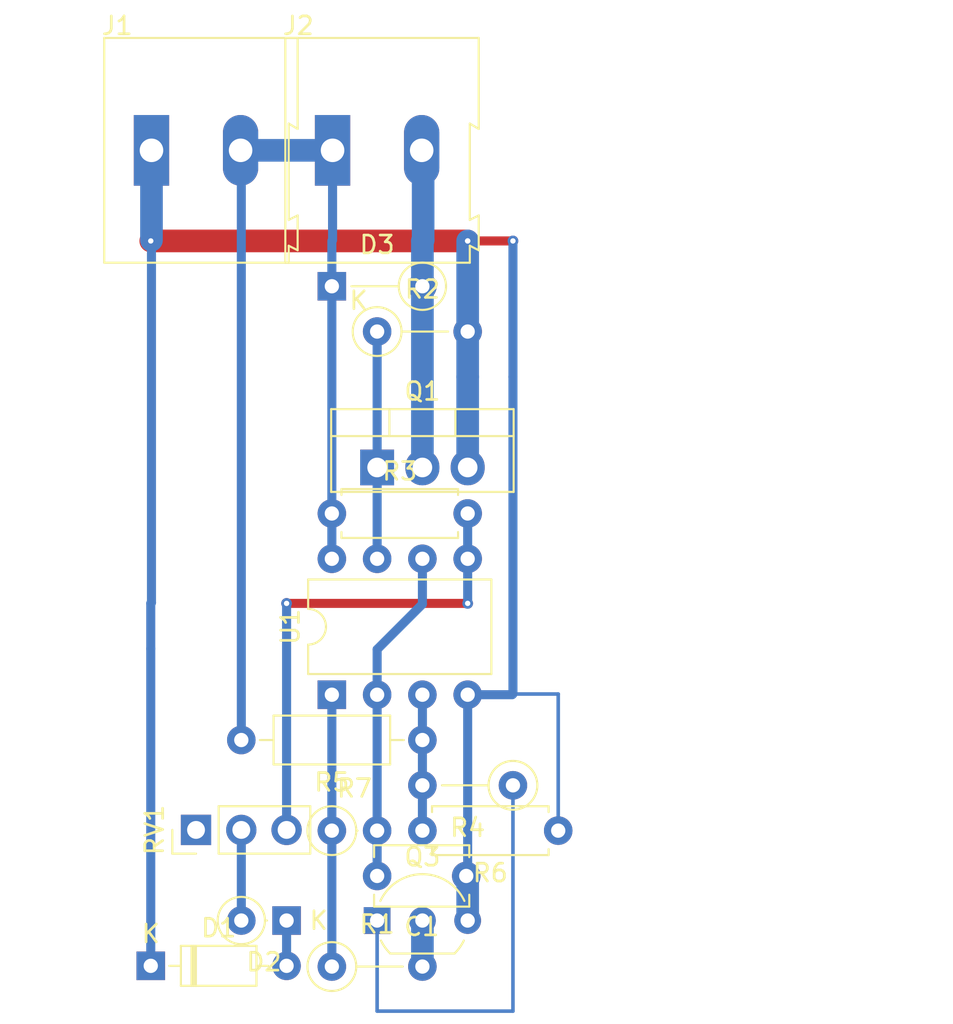
<source format=kicad_pcb>
(kicad_pcb (version 20240108) (generator "pcbnew") (generator_version "8.0")
  (layers (0 "F.Cu" signal) (31 "B.Cu" signal) (34 "B.Paste" user) (35 "F.Paste" user) (36 "B.SilkS" user "B.Silkscreen") (37 "F.SilkS" user "F.Silkscreen") (38 "B.Mask" user) (39 "F.Mask" user) (44 "Edge.Cuts" user))
  (net 0 "")
  (net 1 "GND")
  (net 2 "Net-(U1A--)")
  (net 3 "Net-(D1-A)")
  (net 4 "Net-(D2-A)")
  (net 5 "Net-(D3-A)")
  (net 6 "VCC")
  (net 7 "Net-(Q1-G)")
  (net 8 "Net-(R1-Pad1)")
  (net 9 "Net-(U1B-+)")
  (net 10 "Net-(U1A-+)")
  (net 12 "Net-(Q3-C)")
  (net 13 "Net-(Q3-B)")
  (footprint "Connector_PinHeader_2.54mm:PinHeader_1x03_P2.54mm_Vertical" (layer "F.Cu") (at 53.34 119.38 90)
    (property "Reference" "RV1" (at 0 -2.33 -90) (layer "F.SilkS"))
    (property "Value" "100k")
    (fp_line (start -1.33 -1.33) (end 0 -1.33) (stroke (width 0.12)) (layer "F.SilkS"))
    (fp_line (start -1.33 0) (end -1.33 -1.33) (stroke (width 0.12)) (layer "F.SilkS"))
    (fp_line (start 1.33 1.27) (end 1.33 6.41) (stroke (width 0.12)) (layer "F.SilkS"))
    (fp_line (start -1.33 1.27) (end 1.33 1.27) (stroke (width 0.12)) (layer "F.SilkS"))
    (fp_line (start -1.33 1.27) (end -1.33 6.41) (stroke (width 0.12)) (layer "F.SilkS"))
    (fp_line (start -1.33 6.41) (end 1.33 6.41) (stroke (width 0.12)) (layer "F.SilkS"))
    (pad "1" thru_hole rect (at 0 0 90) (size 1.7 1.7) (drill 1) (layers "*.Cu" "*.Mask"))
    (pad "2" thru_hole oval (at 0 2.54 90) (size 1.7 1.7) (drill 1) (layers "*.Cu" "*.Mask") (net 4 "Net-(D2-A)"))
    (pad "3" thru_hole oval (at 0 5.08 90) (size 1.7 1.7) (drill 1) (layers "*.Cu" "*.Mask") (net 9 "Net-(U1B-+)"))
  )
  (footprint "Resistor_THT:R_Axial_DIN0207_L6.3mm_D2.5mm_P5.08mm_Vertical" (layer "F.Cu") (at 60.96 127.04)
    (property "Reference" "R1" (at 2.54 -2.37 0) (layer "F.SilkS"))
    (property "Value" "10K")
    (fp_line (start 1.37 0) (end 3.98 0) (stroke (width 0.12)) (layer "F.SilkS"))
    (fp_circle (center 0 0) (end 1.37 0) (stroke (width 0.12)) (fill none) (layer "F.SilkS"))
    (pad "1" thru_hole circle (at 0 0) (size 1.6 1.6) (drill 0.8) (layers "*.Cu" "*.Mask") (net 8 "Net-(R1-Pad1)"))
    (pad "2" thru_hole oval (at 5.08 0) (size 1.6 1.6) (drill 0.8) (layers "*.Cu" "*.Mask") (net 13 "Net-(Q3-B)"))
  )
  (footprint "Package_TO_SOT_THT:TO-220-3_Vertical" (layer "F.Cu") (at 63.5 99.06)
    (property "Reference" "Q1" (at 2.54 -4.27 0) (layer "F.SilkS"))
    (property "Value" "IRF3205")
    (fp_line (start -2.58 -3.27) (end -2.58 1.371) (stroke (width 0.12)) (layer "F.SilkS"))
    (fp_line (start -2.58 -3.27) (end 7.66 -3.27) (stroke (width 0.12)) (layer "F.SilkS"))
    (fp_line (start -2.58 -1.76) (end 7.66 -1.76) (stroke (width 0.12)) (layer "F.SilkS"))
    (fp_line (start -2.58 1.371) (end 7.66 1.371) (stroke (width 0.12)) (layer "F.SilkS"))
    (fp_line (start 0.69 -3.27) (end 0.69 -1.76) (stroke (width 0.12)) (layer "F.SilkS"))
    (fp_line (start 4.391 -3.27) (end 4.391 -1.76) (stroke (width 0.12)) (layer "F.SilkS"))
    (fp_line (start 7.66 -3.27) (end 7.66 1.371) (stroke (width 0.12)) (layer "F.SilkS"))
    (pad "1" thru_hole rect (at 0 0) (size 1.905 2) (drill 1.1) (layers "*.Cu" "*.Mask") (net 7 "Net-(Q1-G)"))
    (pad "2" thru_hole oval (at 2.54 0) (size 1.905 2) (drill 1.1) (layers "*.Cu" "*.Mask") (net 5 "Net-(D3-A)"))
    (pad "3" thru_hole oval (at 5.08 0) (size 1.905 2) (drill 1.1) (layers "*.Cu" "*.Mask") (net 1 "GND"))
  )
  (footprint "TerminalBlock:TerminalBlock_Altech_AK300-2_P5.00mm" (layer "F.Cu") (at 61 81.28)
    (property "Reference" "J2" (at -1.92 -6.99 0) (layer "F.SilkS"))
    (property "Value" "Screw_Terminal_Motor")
    (fp_line (start -2.65 -6.3) (end -2.65 6.3) (stroke (width 0.12)) (layer "F.SilkS"))
    (fp_line (start -2.65 6.3) (end 7.7 6.3) (stroke (width 0.12)) (layer "F.SilkS"))
    (fp_line (start 7.7 -1.5) (end 8.2 -1.2) (stroke (width 0.12)) (layer "F.SilkS"))
    (fp_line (start 7.7 3.9) (end 7.7 -1.5) (stroke (width 0.12)) (layer "F.SilkS"))
    (fp_line (start 7.7 5.35) (end 8.2 5.6) (stroke (width 0.12)) (layer "F.SilkS"))
    (fp_line (start 7.7 6.3) (end 7.7 5.35) (stroke (width 0.12)) (layer "F.SilkS"))
    (fp_line (start 8.2 -6.3) (end -2.65 -6.3) (stroke (width 0.12)) (layer "F.SilkS"))
    (fp_line (start 8.2 -1.2) (end 8.2 -6.3) (stroke (width 0.12)) (layer "F.SilkS"))
    (fp_line (start 8.2 3.65) (end 7.7 3.9) (stroke (width 0.12)) (layer "F.SilkS"))
    (fp_line (start 8.2 3.7) (end 8.2 3.65) (stroke (width 0.12)) (layer "F.SilkS"))
    (fp_line (start 8.2 5.6) (end 8.2 3.7) (stroke (width 0.12)) (layer "F.SilkS"))
    (pad "1" thru_hole rect (at 0 0) (size 1.98 3.96) (drill 1.32) (layers "*.Cu" "*.Mask") (net 6 "VCC"))
    (pad "2" thru_hole oval (at 5 0) (size 1.98 3.96) (drill 1.32) (layers "*.Cu" "*.Mask") (net 5 "Net-(D3-A)"))
  )
  (footprint "Capacitor_THT:C_Disc_D5.1mm_W3.2mm_P5.00mm" (layer "F.Cu") (at 68.5 121.96 180)
    (property "Reference" "C1" (at 2.5 -2.85 180) (layer "F.SilkS"))
    (property "Value" "1u")
    (fp_line (start 5.17 1.055) (end 5.17 1.721) (stroke (width 0.12)) (layer "F.SilkS"))
    (fp_line (start 5.17 -1.721) (end 5.17 -1.055) (stroke (width 0.12)) (layer "F.SilkS"))
    (fp_line (start -0.17 1.721) (end 5.17 1.721) (stroke (width 0.12)) (layer "F.SilkS"))
    (fp_line (start -0.17 1.055) (end -0.17 1.721) (stroke (width 0.12)) (layer "F.SilkS"))
    (fp_line (start -0.17 -1.721) (end 5.17 -1.721) (stroke (width 0.12)) (layer "F.SilkS"))
    (fp_line (start -0.17 -1.721) (end -0.17 -1.055) (stroke (width 0.12)) (layer "F.SilkS"))
    (pad "1" thru_hole circle (at 0 0 180) (size 1.6 1.6) (drill 0.8) (layers "*.Cu" "*.Mask") (net 1 "GND"))
    (pad "2" thru_hole circle (at 5 0 180) (size 1.6 1.6) (drill 0.8) (layers "*.Cu" "*.Mask") (net 2 "Net-(U1A--)"))
  )
  (footprint "Diode_THT:D_DO-35_SOD27_P7.62mm_Horizontal" (layer "F.Cu") (at 50.8 127)
    (property "Reference" "D1" (at 3.81 -2.12 0) (layer "F.SilkS"))
    (property "Value" "D")
    (fp_line (start 1.04 0) (end 1.69 0) (stroke (width 0.12)) (layer "F.SilkS"))
    (fp_line (start 1.69 -1.12) (end 1.69 1.12) (stroke (width 0.12)) (layer "F.SilkS"))
    (fp_line (start 1.69 1.12) (end 5.93 1.12) (stroke (width 0.12)) (layer "F.SilkS"))
    (fp_line (start 2.29 -1.12) (end 2.29 1.12) (stroke (width 0.12)) (layer "F.SilkS"))
    (fp_line (start 2.41 -1.12) (end 2.41 1.12) (stroke (width 0.12)) (layer "F.SilkS"))
    (fp_line (start 2.53 -1.12) (end 2.53 1.12) (stroke (width 0.12)) (layer "F.SilkS"))
    (fp_line (start 5.93 -1.12) (end 1.69 -1.12) (stroke (width 0.12)) (layer "F.SilkS"))
    (fp_line (start 5.93 1.12) (end 5.93 -1.12) (stroke (width 0.12)) (layer "F.SilkS"))
    (fp_line (start 6.58 0) (end 5.93 0) (stroke (width 0.12)) (layer "F.SilkS"))
    (fp_text user "K" (at 0 -1.8 0) (layer "F.SilkS"))
    (pad "1" thru_hole rect (at 0 0) (size 1.6 1.6) (drill 0.8) (layers "*.Cu" "*.Mask") (net 1 "GND"))
    (pad "2" thru_hole oval (at 7.62 0) (size 1.6 1.6) (drill 0.8) (layers "*.Cu" "*.Mask") (net 3 "Net-(D1-A)"))
  )
  (footprint "Resistor_THT:R_Axial_DIN0207_L6.3mm_D2.5mm_P5.08mm_Vertical" (layer "F.Cu") (at 71.12 116.88 180)
    (property "Reference" "R4" (at 2.54 -2.37 180) (layer "F.SilkS"))
    (property "Value" "1k")
    (fp_line (start 1.37 0) (end 3.98 0) (stroke (width 0.12)) (layer "F.SilkS"))
    (fp_circle (center 0 0) (end 1.37 0) (stroke (width 0.12)) (fill none) (layer "F.SilkS"))
    (pad "1" thru_hole circle (at 0 0 180) (size 1.6 1.6) (drill 0.8) (layers "*.Cu" "*.Mask") (net 12 "Net-(Q3-C)"))
    (pad "2" thru_hole oval (at 5.08 0 180) (size 1.6 1.6) (drill 0.8) (layers "*.Cu" "*.Mask") (net 10 "Net-(U1A-+)"))
  )
  (footprint "Diode_THT:D_DO-35_SOD27_P5.08mm_Vertical_KathodeUp" (layer "F.Cu") (at 60.96 88.9)
    (property "Reference" "D3" (at 2.54 -2.326371 0) (layer "F.SilkS"))
    (property "Value" "D")
    (fp_line (start 3.753629 0) (end 1.1 0) (stroke (width 0.12)) (layer "F.SilkS"))
    (fp_circle (center 5.08 0) (end 6.406371 0) (stroke (width 0.12)) (fill none) (layer "F.SilkS"))
    (fp_text user "K" (at 1.5 0.8 0) (layer "F.SilkS"))
    (pad "1" thru_hole rect (at 0 0) (size 1.6 1.6) (drill 0.8) (layers "*.Cu" "*.Mask") (net 6 "VCC"))
    (pad "2" thru_hole oval (at 5.08 0) (size 1.6 1.6) (drill 0.8) (layers "*.Cu" "*.Mask") (net 5 "Net-(D3-A)"))
  )
  (footprint "Resistor_THT:R_Axial_DIN0207_L6.3mm_D2.5mm_P5.08mm_Vertical" (layer "F.Cu") (at 63.5 91.44)
    (property "Reference" "R2" (at 2.54 -2.37 0) (layer "F.SilkS"))
    (property "Value" "1K")
    (fp_line (start 1.37 0) (end 3.98 0) (stroke (width 0.12)) (layer "F.SilkS"))
    (fp_circle (center 0 0) (end 1.37 0) (stroke (width 0.12)) (fill none) (layer "F.SilkS"))
    (pad "1" thru_hole circle (at 0 0) (size 1.6 1.6) (drill 0.8) (layers "*.Cu" "*.Mask") (net 7 "Net-(Q1-G)"))
    (pad "2" thru_hole oval (at 5.08 0) (size 1.6 1.6) (drill 0.8) (layers "*.Cu" "*.Mask") (net 1 "GND"))
  )
  (footprint "Resistor_THT:R_Axial_DIN0207_L6.3mm_D2.5mm_P10.16mm_Horizontal" (layer "F.Cu") (at 66.04 114.34 180)
    (property "Reference" "R5" (at 5.08 -2.37 180) (layer "F.SilkS"))
    (property "Value" "10k")
    (fp_line (start 9.12 0) (end 8.35 0) (stroke (width 0.12)) (layer "F.SilkS"))
    (fp_line (start 8.35 1.37) (end 8.35 -1.37) (stroke (width 0.12)) (layer "F.SilkS"))
    (fp_line (start 8.35 -1.37) (end 1.81 -1.37) (stroke (width 0.12)) (layer "F.SilkS"))
    (fp_line (start 1.81 1.37) (end 8.35 1.37) (stroke (width 0.12)) (layer "F.SilkS"))
    (fp_line (start 1.81 -1.37) (end 1.81 1.37) (stroke (width 0.12)) (layer "F.SilkS"))
    (fp_line (start 1.04 0) (end 1.81 0) (stroke (width 0.12)) (layer "F.SilkS"))
    (pad "1" thru_hole circle (at 0 0 180) (size 1.6 1.6) (drill 0.8) (layers "*.Cu" "*.Mask") (net 10 "Net-(U1A-+)"))
    (pad "2" thru_hole oval (at 10.16 0 180) (size 1.6 1.6) (drill 0.8) (layers "*.Cu" "*.Mask") (net 6 "VCC"))
  )
  (footprint "TerminalBlock:TerminalBlock_Altech_AK300-2_P5.00mm" (layer "F.Cu") (at 50.84 81.28)
    (property "Reference" "J1" (at -1.92 -6.99 0) (layer "F.SilkS"))
    (property "Value" "Screw_Terminal_Power")
    (fp_line (start -2.65 -6.3) (end -2.65 6.3) (stroke (width 0.12)) (layer "F.SilkS"))
    (fp_line (start -2.65 6.3) (end 7.7 6.3) (stroke (width 0.12)) (layer "F.SilkS"))
    (fp_line (start 7.7 -1.5) (end 8.2 -1.2) (stroke (width 0.12)) (layer "F.SilkS"))
    (fp_line (start 7.7 3.9) (end 7.7 -1.5) (stroke (width 0.12)) (layer "F.SilkS"))
    (fp_line (start 7.7 5.35) (end 8.2 5.6) (stroke (width 0.12)) (layer "F.SilkS"))
    (fp_line (start 7.7 6.3) (end 7.7 5.35) (stroke (width 0.12)) (layer "F.SilkS"))
    (fp_line (start 8.2 -6.3) (end -2.65 -6.3) (stroke (width 0.12)) (layer "F.SilkS"))
    (fp_line (start 8.2 -1.2) (end 8.2 -6.3) (stroke (width 0.12)) (layer "F.SilkS"))
    (fp_line (start 8.2 3.65) (end 7.7 3.9) (stroke (width 0.12)) (layer "F.SilkS"))
    (fp_line (start 8.2 3.7) (end 8.2 3.65) (stroke (width 0.12)) (layer "F.SilkS"))
    (fp_line (start 8.2 5.6) (end 8.2 3.7) (stroke (width 0.12)) (layer "F.SilkS"))
    (pad "1" thru_hole rect (at 0 0) (size 1.98 3.96) (drill 1.32) (layers "*.Cu" "*.Mask") (net 1 "GND"))
    (pad "2" thru_hole oval (at 5 0) (size 1.98 3.96) (drill 1.32) (layers "*.Cu" "*.Mask") (net 6 "VCC"))
  )
  (footprint "Resistor_THT:R_Axial_DIN0207_L6.3mm_D2.5mm_P7.62mm_Horizontal" (layer "F.Cu") (at 60.96 101.64)
    (property "Reference" "R3" (at 3.81 -2.37 0) (layer "F.SilkS"))
    (property "Value" "100k")
    (fp_line (start 0.54 -1.37) (end 7.08 -1.37) (stroke (width 0.12)) (layer "F.SilkS"))
    (fp_line (start 0.54 -1.04) (end 0.54 -1.37) (stroke (width 0.12)) (layer "F.SilkS"))
    (fp_line (start 0.54 1.04) (end 0.54 1.37) (stroke (width 0.12)) (layer "F.SilkS"))
    (fp_line (start 0.54 1.37) (end 7.08 1.37) (stroke (width 0.12)) (layer "F.SilkS"))
    (fp_line (start 7.08 -1.37) (end 7.08 -1.04) (stroke (width 0.12)) (layer "F.SilkS"))
    (fp_line (start 7.08 1.37) (end 7.08 1.04) (stroke (width 0.12)) (layer "F.SilkS"))
    (pad "1" thru_hole circle (at 0 0) (size 1.6 1.6) (drill 0.8) (layers "*.Cu" "*.Mask") (net 6 "VCC"))
    (pad "2" thru_hole oval (at 7.62 0) (size 1.6 1.6) (drill 0.8) (layers "*.Cu" "*.Mask") (net 9 "Net-(U1B-+)"))
  )
  (footprint "Resistor_THT:R_Axial_DIN0207_L6.3mm_D2.5mm_P2.54mm_Vertical" (layer "F.Cu") (at 60.96 119.42)
    (property "Reference" "R7" (at 1.27 -2.37 0) (layer "F.SilkS"))
    (property "Value" "5k")
    (fp_line (start 1.37 0) (end 1.44 0) (stroke (width 0.12)) (layer "F.SilkS"))
    (fp_circle (center 0 0) (end 1.37 0) (stroke (width 0.12)) (fill none) (layer "F.SilkS"))
    (pad "1" thru_hole circle (at 0 0) (size 1.6 1.6) (drill 0.8) (layers "*.Cu" "*.Mask") (net 8 "Net-(R1-Pad1)"))
    (pad "2" thru_hole oval (at 2.54 0) (size 1.6 1.6) (drill 0.8) (layers "*.Cu" "*.Mask") (net 2 "Net-(U1A--)"))
  )
  (footprint "Diode_THT:D_DO-35_SOD27_P2.54mm_Vertical_KathodeUp" (layer "F.Cu") (at 58.42 124.46 180)
    (property "Reference" "D2" (at 1.27 -2.326371 180) (layer "F.SilkS"))
    (property "Value" "D")
    (fp_line (start 1.213629 0) (end 1.1 0) (stroke (width 0.12)) (layer "F.SilkS"))
    (fp_circle (center 2.54 0) (end 3.866371 0) (stroke (width 0.12)) (fill none) (layer "F.SilkS"))
    (fp_text user "K" (at -1.8 0 180) (layer "F.SilkS"))
    (pad "1" thru_hole rect (at 0 0 180) (size 1.6 1.6) (drill 0.8) (layers "*.Cu" "*.Mask") (net 3 "Net-(D1-A)"))
    (pad "2" thru_hole oval (at 2.54 0 180) (size 1.6 1.6) (drill 0.8) (layers "*.Cu" "*.Mask") (net 4 "Net-(D2-A)"))
  )
  (footprint "Resistor_THT:R_Axial_DIN0207_L6.3mm_D2.5mm_P7.62mm_Horizontal" (layer "F.Cu") (at 73.66 119.42 180)
    (property "Reference" "R6" (at 3.81 -2.37 180) (layer "F.SilkS"))
    (property "Value" "10k")
    (fp_line (start 7.08 1.37) (end 7.08 1.04) (stroke (width 0.12)) (layer "F.SilkS"))
    (fp_line (start 7.08 -1.37) (end 7.08 -1.04) (stroke (width 0.12)) (layer "F.SilkS"))
    (fp_line (start 0.54 1.37) (end 7.08 1.37) (stroke (width 0.12)) (layer "F.SilkS"))
    (fp_line (start 0.54 1.04) (end 0.54 1.37) (stroke (width 0.12)) (layer "F.SilkS"))
    (fp_line (start 0.54 -1.04) (end 0.54 -1.37) (stroke (width 0.12)) (layer "F.SilkS"))
    (fp_line (start 0.54 -1.37) (end 7.08 -1.37) (stroke (width 0.12)) (layer "F.SilkS"))
    (pad "1" thru_hole circle (at 0 0 180) (size 1.6 1.6) (drill 0.8) (layers "*.Cu" "*.Mask") (net 1 "GND"))
    (pad "2" thru_hole oval (at 7.62 0 180) (size 1.6 1.6) (drill 0.8) (layers "*.Cu" "*.Mask") (net 10 "Net-(U1A-+)"))
  )
  (footprint "Package_DIP:DIP-8_W7.62mm" (layer "F.Cu") (at 60.96 111.8 90)
    (property "Reference" "U1" (at 3.81 -2.33 -90) (layer "F.SilkS"))
    (property "Value" "LM358")
    (fp_line (start 6.46 -1.33) (end 4.81 -1.33) (stroke (width 0.12)) (layer "F.SilkS"))
    (fp_line (start 2.81 -1.33) (end 1.16 -1.33) (stroke (width 0.12)) (layer "F.SilkS"))
    (fp_line (start 1.16 -1.33) (end 1.16 8.95) (stroke (width 0.12)) (layer "F.SilkS"))
    (fp_line (start 6.46 8.95) (end 6.46 -1.33) (stroke (width 0.12)) (layer "F.SilkS"))
    (fp_line (start 1.16 8.95) (end 6.46 8.95) (stroke (width 0.12)) (layer "F.SilkS"))
    (fp_arc (start 4.81 -1.33) (mid 3.81 -0.33) (end 2.81 -1.33) (stroke (width 0.12)) (layer "F.SilkS"))
    (pad "1" thru_hole rect (at 0 0 90) (size 1.6 1.6) (drill 0.8) (layers "*.Cu" "*.Mask") (net 8 "Net-(R1-Pad1)"))
    (pad "2" thru_hole oval (at 0 2.54 90) (size 1.6 1.6) (drill 0.8) (layers "*.Cu" "*.Mask") (net 2 "Net-(U1A--)"))
    (pad "3" thru_hole oval (at 0 5.08 90) (size 1.6 1.6) (drill 0.8) (layers "*.Cu" "*.Mask") (net 10 "Net-(U1A-+)"))
    (pad "4" thru_hole oval (at 0 7.62 90) (size 1.6 1.6) (drill 0.8) (layers "*.Cu" "*.Mask") (net 1 "GND"))
    (pad "5" thru_hole oval (at 7.62 7.62 90) (size 1.6 1.6) (drill 0.8) (layers "*.Cu" "*.Mask") (net 9 "Net-(U1B-+)"))
    (pad "6" thru_hole oval (at 7.62 5.08 90) (size 1.6 1.6) (drill 0.8) (layers "*.Cu" "*.Mask") (net 2 "Net-(U1A--)"))
    (pad "7" thru_hole oval (at 7.62 2.54 90) (size 1.6 1.6) (drill 0.8) (layers "*.Cu" "*.Mask") (net 7 "Net-(Q1-G)"))
    (pad "8" thru_hole oval (at 7.62 0 90) (size 1.6 1.6) (drill 0.8) (layers "*.Cu" "*.Mask") (net 6 "VCC"))
  )
  (footprint "Package_TO_SOT_THT:TO-92_Inline_Wide" (layer "F.Cu") (at 63.5 124.46)
    (property "Reference" "Q3" (at 2.54 -3.56 0) (layer "F.SilkS"))
    (property "Value" "Q_PNP_CBE")
    (fp_line (start 0.74 1.85) (end 4.34 1.85) (stroke (width 0.12)) (layer "F.SilkS"))
    (fp_arc (start 0.1836 -1.098807) (mid 1.143021 -2.192817) (end 2.54 -2.6) (stroke (width 0.12)) (layer "F.SilkS"))
    (fp_arc (start 0.74 1.85) (mid 0.446097 1.509328) (end 0.215816 1.122795) (stroke (width 0.12)) (layer "F.SilkS"))
    (fp_arc (start 2.54 -2.6) (mid 3.936979 -2.192818) (end 4.8964 -1.098807) (stroke (width 0.12)) (layer "F.SilkS"))
    (fp_arc (start 4.864184 1.122795) (mid 4.633903 1.509328) (end 4.34 1.85) (stroke (width 0.12)) (layer "F.SilkS"))
    (pad "1" thru_hole rect (at 0 0) (size 1.5 1.5) (drill 0.8) (layers "*.Cu" "*.Mask") (net 12 "Net-(Q3-C)"))
    (pad "2" thru_hole circle (at 2.54 0) (size 1.5 1.5) (drill 0.8) (layers "*.Cu" "*.Mask") (net 13 "Net-(Q3-B)"))
    (pad "3" thru_hole circle (at 5.08 0) (size 1.5 1.5) (drill 0.8) (layers "*.Cu" "*.Mask") (net 1 "GND"))
  )
  (segment (start 50.8 86.36) (end 68.58 86.36) (width 1.27) (layer "F.Cu") (net 1))
  (segment (start 71.12 86.36) (end 68.58 86.36) (width 0.508) (layer "F.Cu") (net 1))
  (via (at 68.58 86.36) (size 0.6) (drill 0.3) (layers "F.Cu" "B.Cu") (net 1))
  (via (at 50.8 86.36) (size 0.6) (drill 0.3) (layers "F.Cu" "B.Cu") (net 1))
  (via (at 71.12 86.36) (size 0.6) (drill 0.3) (layers "F.Cu" "B.Cu") (net 1))
  (via (at 68.58 86.36) (size 0.6) (drill 0.3) (layers "F.Cu" "B.Cu") (net 1))
  (segment (start 68.58 122.04) (end 68.5 121.96) (width 1.27) (layer "B.Cu") (net 1))
  (segment (start 71.12 93.98) (end 71.12 111.76) (width 0.508) (layer "B.Cu") (net 1))
  (segment (start 68.58 121.88) (end 68.5 121.96) (width 1.27) (layer "B.Cu") (net 1))
  (segment (start 50.8 109.22) (end 50.8 106.68) (width 0.508) (layer "B.Cu") (net 1))
  (segment (start 68.58 124.46) (end 68.58 122.04) (width 1.27) (layer "B.Cu") (net 1))
  (segment (start 50.84 106.64) (end 50.84 86.4) (width 0.508) (layer "B.Cu") (net 1))
  (segment (start 68.58 111.8) (end 71.08 111.8) (width 0.508) (layer "B.Cu") (net 1))
  (segment (start 68.58 93.98) (end 68.58 99.06) (width 1.27) (layer "B.Cu") (net 1))
  (segment (start 50.8 106.68) (end 50.84 106.64) (width 0.508) (layer "B.Cu") (net 1))
  (segment (start 68.58 91.44) (end 68.58 86.36) (width 1.27) (layer "B.Cu") (net 1))
  (segment (start 71.12 111.76) (end 71.08 111.8) (width 0.2) (layer "B.Cu") (net 1))
  (segment (start 68.58 91.44) (end 68.58 93.98) (width 1.27) (layer "B.Cu") (net 1))
  (segment (start 73.66 111.76) (end 71.12 111.76) (width 0.2) (layer "B.Cu") (net 1))
  (segment (start 71.12 86.36) (end 71.12 93.98) (width 0.508) (layer "B.Cu") (net 1))
  (segment (start 50.8 81.32) (end 50.84 81.28) (width 0.508) (layer "B.Cu") (net 1))
  (segment (start 68.58 111.8) (end 68.58 121.88) (width 0.508) (layer "B.Cu") (net 1))
  (segment (start 50.84 86.32) (end 50.84 81.28) (width 1.27) (layer "B.Cu") (net 1))
  (segment (start 73.66 119.42) (end 73.66 111.76) (width 0.2) (layer "B.Cu") (net 1))
  (segment (start 50.8 127) (end 50.8 109.22) (width 0.508) (layer "B.Cu") (net 1))
  (segment (start 66.04 106.72) (end 66.04 104.18) (width 0.508) (layer "B.Cu") (net 2))
  (segment (start 63.5 109.26) (end 66.04 106.72) (width 0.508) (layer "B.Cu") (net 2))
  (segment (start 63.5 111.8) (end 63.5 109.26) (width 0.508) (layer "B.Cu") (net 2))
  (segment (start 63.5 121.96) (end 63.5 119.42) (width 0.508) (layer "B.Cu") (net 2))
  (segment (start 63.5 119.42) (end 63.5 111.8) (width 0.508) (layer "B.Cu") (net 2))
  (segment (start 58.42 124.46) (end 58.42 127) (width 0.508) (layer "B.Cu") (net 3))
  (segment (start 55.88 124.46) (end 55.88 119.38) (width 0.508) (layer "B.Cu") (net 4))
  (segment (start 66.08 86.32) (end 66.08 81.36) (width 1.27) (layer "B.Cu") (net 5))
  (segment (start 66.04 86.36) (end 66.08 86.32) (width 1.27) (layer "B.Cu") (net 5))
  (segment (start 66.08 81.36) (end 66 81.28) (width 1.27) (layer "B.Cu") (net 5))
  (segment (start 66.04 99.06) (end 66.04 86.36) (width 1.27) (layer "B.Cu") (net 5))
  (segment (start 60.96 101.64) (end 60.96 104.18) (width 0.508) (layer "B.Cu") (net 6))
  (segment (start 55.88 114.34) (end 55.88 81.32) (width 0.508) (layer "B.Cu") (net 6))
  (segment (start 60.96 101.64) (end 60.96 86.36) (width 0.508) (layer "B.Cu") (net 6))
  (segment (start 61 86.32) (end 61 81.28) (width 0.508) (layer "B.Cu") (net 6))
  (segment (start 55.88 81.32) (end 55.84 81.28) (width 1.27) (layer "B.Cu") (net 6))
  (segment (start 55.84 81.28) (end 61 81.28) (width 1.27) (layer "B.Cu") (net 6))
  (segment (start 63.5 91.44) (end 63.5 104.18) (width 0.508) (layer "B.Cu") (net 7))
  (segment (start 60.96 111.8) (end 60.96 119.42) (width 0.508) (layer "B.Cu") (net 8))
  (segment (start 60.96 119.42) (end 60.96 127.04) (width 0.508) (layer "B.Cu") (net 8))
  (segment (start 58.42 106.68) (end 68.58 106.68) (width 0.508) (layer "F.Cu") (net 9))
  (via (at 58.42 106.68) (size 0.6) (drill 0.3) (layers "F.Cu" "B.Cu") (net 9))
  (via (at 68.58 106.68) (size 0.6) (drill 0.3) (layers "F.Cu" "B.Cu") (net 9))
  (segment (start 68.58 104.18) (end 68.58 106.68) (width 0.508) (layer "B.Cu") (net 9))
  (segment (start 58.42 119.38) (end 58.42 106.68) (width 0.508) (layer "B.Cu") (net 9))
  (segment (start 68.58 101.64) (end 68.58 104.18) (width 0.508) (layer "B.Cu") (net 9))
  (segment (start 66.04 116.88) (end 66.04 114.34) (width 0.508) (layer "B.Cu") (net 10))
  (segment (start 66.04 111.8) (end 66.04 114.34) (width 0.508) (layer "B.Cu") (net 10))
  (segment (start 66.04 119.42) (end 66.04 116.88) (width 0.508) (layer "B.Cu") (net 10))
  (segment (start 63.5 129.54) (end 71.12 129.54) (width 0.2) (layer "B.Cu") (net 12))
  (segment (start 63.5 124.46) (end 63.5 129.54) (width 0.2) (layer "B.Cu") (net 12))
  (segment (start 71.12 129.54) (end 71.12 116.88) (width 0.2) (layer "B.Cu") (net 12))
  (segment (start 66.04 124.46) (end 66.04 127.04) (width 1.27) (layer "B.Cu") (net 13))
)
</source>
